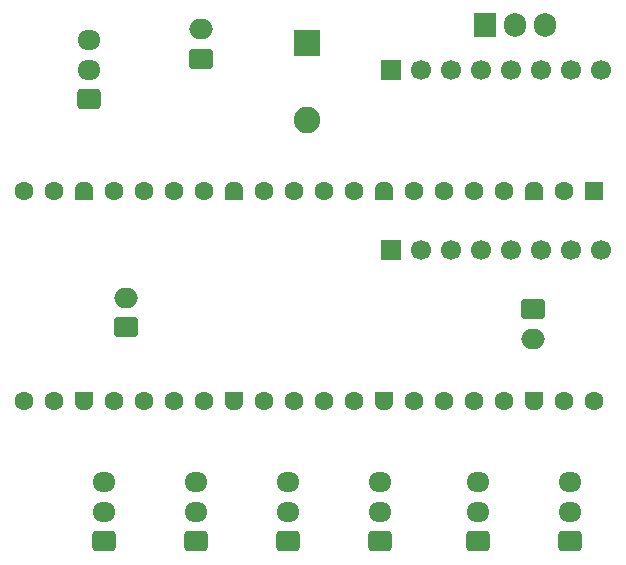
<source format=gbr>
%TF.GenerationSoftware,KiCad,Pcbnew,9.0.4*%
%TF.CreationDate,2025-10-15T08:51:35-06:00*%
%TF.ProjectId,Sumo_RapsPico,53756d6f-5f52-4617-9073-5069636f2e6b,rev?*%
%TF.SameCoordinates,Original*%
%TF.FileFunction,Soldermask,Top*%
%TF.FilePolarity,Negative*%
%FSLAX46Y46*%
G04 Gerber Fmt 4.6, Leading zero omitted, Abs format (unit mm)*
G04 Created by KiCad (PCBNEW 9.0.4) date 2025-10-15 08:51:35*
%MOMM*%
%LPD*%
G01*
G04 APERTURE LIST*
G04 Aperture macros list*
%AMRoundRect*
0 Rectangle with rounded corners*
0 $1 Rounding radius*
0 $2 $3 $4 $5 $6 $7 $8 $9 X,Y pos of 4 corners*
0 Add a 4 corners polygon primitive as box body*
4,1,4,$2,$3,$4,$5,$6,$7,$8,$9,$2,$3,0*
0 Add four circle primitives for the rounded corners*
1,1,$1+$1,$2,$3*
1,1,$1+$1,$4,$5*
1,1,$1+$1,$6,$7*
1,1,$1+$1,$8,$9*
0 Add four rect primitives between the rounded corners*
20,1,$1+$1,$2,$3,$4,$5,0*
20,1,$1+$1,$4,$5,$6,$7,0*
20,1,$1+$1,$6,$7,$8,$9,0*
20,1,$1+$1,$8,$9,$2,$3,0*%
%AMFreePoly0*
4,1,37,0.603843,0.796157,0.639018,0.796157,0.711114,0.766294,0.766294,0.711114,0.796157,0.639018,0.796157,0.603843,0.800000,0.600000,0.800000,-0.600000,0.796157,-0.603843,0.796157,-0.639018,0.766294,-0.711114,0.711114,-0.766294,0.639018,-0.796157,0.603843,-0.796157,0.600000,-0.800000,0.000000,-0.800000,0.000000,-0.796148,-0.078414,-0.796148,-0.232228,-0.765552,-0.377117,-0.705537,
-0.507515,-0.618408,-0.618408,-0.507515,-0.705537,-0.377117,-0.765552,-0.232228,-0.796148,-0.078414,-0.796148,0.078414,-0.765552,0.232228,-0.705537,0.377117,-0.618408,0.507515,-0.507515,0.618408,-0.377117,0.705537,-0.232228,0.765552,-0.078414,0.796148,0.000000,0.796148,0.000000,0.800000,0.600000,0.800000,0.603843,0.796157,0.603843,0.796157,$1*%
%AMFreePoly1*
4,1,37,0.000000,0.796148,0.078414,0.796148,0.232228,0.765552,0.377117,0.705537,0.507515,0.618408,0.618408,0.507515,0.705537,0.377117,0.765552,0.232228,0.796148,0.078414,0.796148,-0.078414,0.765552,-0.232228,0.705537,-0.377117,0.618408,-0.507515,0.507515,-0.618408,0.377117,-0.705537,0.232228,-0.765552,0.078414,-0.796148,0.000000,-0.796148,0.000000,-0.800000,-0.600000,-0.800000,
-0.603843,-0.796157,-0.639018,-0.796157,-0.711114,-0.766294,-0.766294,-0.711114,-0.796157,-0.639018,-0.796157,-0.603843,-0.800000,-0.600000,-0.800000,0.600000,-0.796157,0.603843,-0.796157,0.639018,-0.766294,0.711114,-0.711114,0.766294,-0.639018,0.796157,-0.603843,0.796157,-0.600000,0.800000,0.000000,0.800000,0.000000,0.796148,0.000000,0.796148,$1*%
G04 Aperture macros list end*
%ADD10RoundRect,0.250000X0.750000X-0.600000X0.750000X0.600000X-0.750000X0.600000X-0.750000X-0.600000X0*%
%ADD11O,2.000000X1.700000*%
%ADD12RoundRect,0.250000X0.725000X-0.600000X0.725000X0.600000X-0.725000X0.600000X-0.725000X-0.600000X0*%
%ADD13O,1.950000X1.700000*%
%ADD14R,2.250000X2.250000*%
%ADD15C,2.250000*%
%ADD16RoundRect,0.200000X-0.600000X0.600000X-0.600000X-0.600000X0.600000X-0.600000X0.600000X0.600000X0*%
%ADD17C,1.600000*%
%ADD18FreePoly0,270.000000*%
%ADD19FreePoly1,270.000000*%
%ADD20R,1.905000X2.000000*%
%ADD21O,1.905000X2.000000*%
%ADD22RoundRect,0.250000X-0.750000X0.600000X-0.750000X-0.600000X0.750000X-0.600000X0.750000X0.600000X0*%
%ADD23R,1.700000X1.700000*%
%ADD24C,1.700000*%
G04 APERTURE END LIST*
D10*
%TO.C,Source1*%
X113145000Y-45760000D03*
D11*
X113145000Y-43260000D03*
%TD*%
D12*
%TO.C,S4*%
X104890000Y-86650000D03*
D13*
X104890000Y-84150000D03*
X104890000Y-81650000D03*
%TD*%
D12*
%TO.C,S6*%
X120490000Y-86650000D03*
D13*
X120490000Y-84150000D03*
X120490000Y-81650000D03*
%TD*%
D14*
%TO.C,SW1*%
X122070000Y-44440000D03*
D15*
X122070000Y-50940000D03*
%TD*%
D16*
%TO.C,A1*%
X146420000Y-56990000D03*
D17*
X143880000Y-56990000D03*
D18*
X141340000Y-56990000D03*
D17*
X138800000Y-56990000D03*
X136260000Y-56990000D03*
X133720000Y-56990000D03*
X131180000Y-56990000D03*
D18*
X128640000Y-56990000D03*
D17*
X126100000Y-56990000D03*
X123560000Y-56990000D03*
X121020000Y-56990000D03*
X118480000Y-56990000D03*
D18*
X115940000Y-56990000D03*
D17*
X113400000Y-56990000D03*
X110860000Y-56990000D03*
X108320000Y-56990000D03*
X105780000Y-56990000D03*
D18*
X103240000Y-56990000D03*
D17*
X100700000Y-56990000D03*
X98160000Y-56990000D03*
X98160000Y-74770000D03*
X100700000Y-74770000D03*
D19*
X103240000Y-74770000D03*
D17*
X105780000Y-74770000D03*
X108320000Y-74770000D03*
X110860000Y-74770000D03*
X113400000Y-74770000D03*
D19*
X115940000Y-74770000D03*
D17*
X118480000Y-74770000D03*
X121020000Y-74770000D03*
X123560000Y-74770000D03*
X126100000Y-74770000D03*
D19*
X128640000Y-74770000D03*
D17*
X131180000Y-74770000D03*
X133720000Y-74770000D03*
X136260000Y-74770000D03*
X138800000Y-74770000D03*
D19*
X141340000Y-74770000D03*
D17*
X143880000Y-74770000D03*
X146420000Y-74770000D03*
%TD*%
D12*
%TO.C,S5*%
X112690000Y-86650000D03*
D13*
X112690000Y-84150000D03*
X112690000Y-81650000D03*
%TD*%
D12*
%TO.C,S8*%
X128290000Y-86650000D03*
D13*
X128290000Y-84150000D03*
X128290000Y-81650000D03*
%TD*%
D12*
%TO.C,S3*%
X136570000Y-86650000D03*
D13*
X136570000Y-84150000D03*
X136570000Y-81650000D03*
%TD*%
D20*
%TO.C,U2*%
X137120000Y-42930000D03*
D21*
X139660000Y-42930000D03*
X142200000Y-42930000D03*
%TD*%
D12*
%TO.C,S2*%
X144370000Y-86650000D03*
D13*
X144370000Y-84150000D03*
X144370000Y-81650000D03*
%TD*%
D12*
%TO.C,S1*%
X103650000Y-49220000D03*
D13*
X103650000Y-46720000D03*
X103650000Y-44220000D03*
%TD*%
D22*
%TO.C,MotoA1*%
X141210000Y-67000000D03*
D11*
X141210000Y-69500000D03*
%TD*%
D23*
%TO.C,J4*%
X129204000Y-46690000D03*
D24*
X131744000Y-46740000D03*
X134284000Y-46740000D03*
X136824000Y-46740000D03*
X139364000Y-46740000D03*
X141904000Y-46740000D03*
X144444000Y-46740000D03*
X146984000Y-46740000D03*
%TD*%
D23*
%TO.C,J3*%
X129204000Y-61980000D03*
D24*
X131744000Y-61980000D03*
X134284000Y-61980000D03*
X136824000Y-61980000D03*
X139364000Y-61980000D03*
X141904000Y-61980000D03*
X144444000Y-61980000D03*
X146984000Y-61980000D03*
%TD*%
D10*
%TO.C,MotorB1*%
X106770000Y-68530000D03*
D11*
X106770000Y-66030000D03*
%TD*%
M02*

</source>
